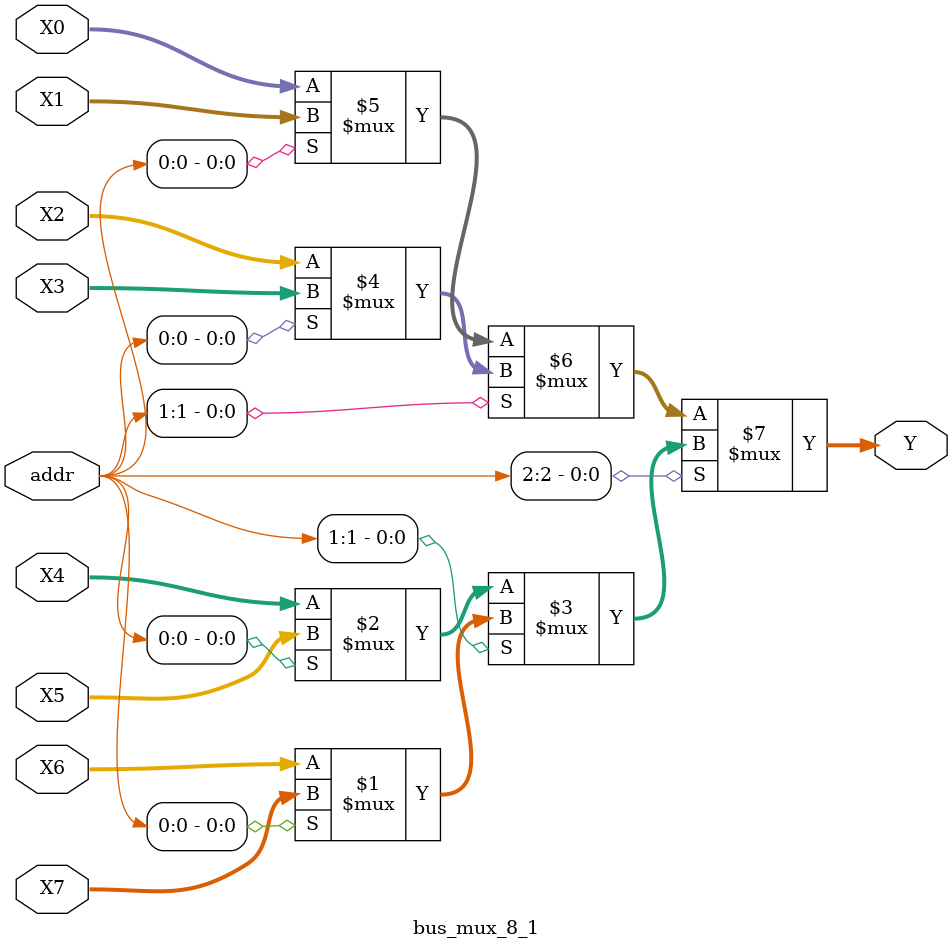
<source format=v>
module bus_mux_8_1 #(
		parameter N = 8
) (
		input [2:0] addr,
		input [N-1:0] X0, X1, X2, X3, X4, X5, X6, X7,
		output [N-1:0] Y
);
assign Y = addr[2] ? (addr[1] ? (addr[0] ? X7 : X6) : (addr[0] ? X5 : X4)) : (addr[1] ? (addr[0] ? X3 : X2) : (addr[0] ? X1 : X0));

endmodule

</source>
